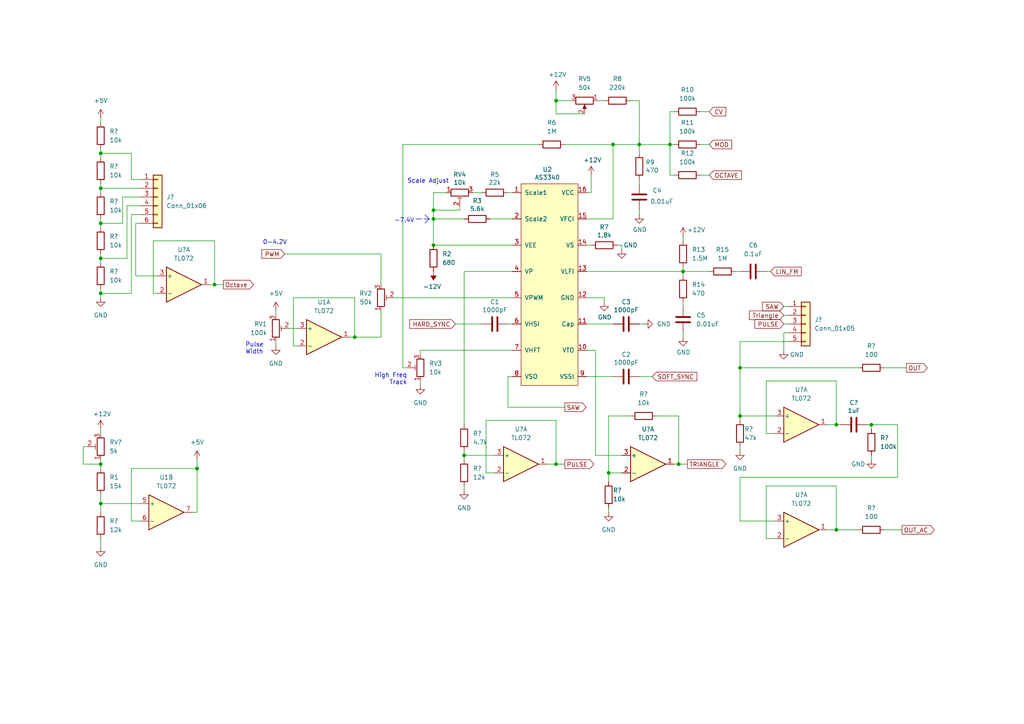
<source format=kicad_sch>
(kicad_sch (version 20211123) (generator eeschema)
  (paper "A4")
  (title_block (title "AS3340 Test") (date "2023-07-13") (rev "Ver.1.0") (company "PNPN Manufactory"))
  (lib_symbols
    (symbol "AS3340_Test_2-rescue:AS3340-My_Device" (pin_names (offset 1.016))
      (property "Reference" "U" (at 3.81 3.81 0))
      (property "Value" "AS3340-My_Device" (at 6.35 6.35 0))
      (symbol "AS3340-My_Device_0_1"
        (rectangle (start 19.05 2.54) (end 2.54 -55.88) (fill (type background)))
      )
      (symbol "AS3340-My_Device_1_1"
        (pin passive line (at 0 0 0) (length 2.54) (name "Scale1") (number "1"))
        (pin output line (at 21.59 -45.72 180) (length 2.54) (name "VTO") (number "10"))
        (pin passive line (at 21.59 -38.1 180) (length 2.54) (name "Cap") (number "11"))
        (pin power_in line (at 21.59 -30.48 180) (length 2.54) (name "GND") (number "12"))
        (pin input line (at 21.59 -22.86 180) (length 2.54) (name "VLFI") (number "13"))
        (pin passive line (at 21.59 -15.24 180) (length 2.54) (name "VS") (number "14"))
        (pin input line (at 21.59 -7.62 180) (length 2.54) (name "VFCI") (number "15"))
        (pin power_in line (at 21.59 0 180) (length 2.54) (name "VCC") (number "16"))
        (pin passive line (at 0 -7.62 0) (length 2.54) (name "Scale2") (number "2"))
        (pin power_in line (at 0 -15.24 0) (length 2.54) (name "VEE") (number "3"))
        (pin output line (at 0 -22.86 0) (length 2.54) (name "VP") (number "4"))
        (pin input line (at 0 -30.48 0) (length 2.54) (name "VPWM") (number "5"))
        (pin input line (at 0 -38.1 0) (length 2.54) (name "VHSI") (number "6"))
        (pin passive line (at 0 -45.72 0) (length 2.54) (name "VHFT") (number "7"))
        (pin output line (at 0 -53.34 0) (length 2.54) (name "VSO") (number "8"))
        (pin input line (at 21.59 -53.34 180) (length 2.54) (name "VSSI") (number "9"))
      )
    )
    (symbol "AS3340_Test_2-rescue:R_POT-Device" (pin_names (offset 1.016) hide)
      (property "Reference" "RV" (at -4.445 0 90))
      (property "Value" "R_POT-Device" (at -2.54 0 90))
      (symbol "R_POT-Device_0_1"
        (polyline (pts (xy 2.54 0) (xy 1.524 0)))
        (polyline (pts (xy 1.143 0) (xy 2.286 0.508) (xy 2.286 -0.508) (xy 1.143 0)) (fill (type outline)))
        (rectangle (start 1.016 2.54) (end -1.016 -2.54) (stroke (width 0.254)))
      )
      (symbol "R_POT-Device_1_1"
        (pin passive line (at 0 3.81 270) (length 1.27) (name "1") (number "1"))
        (pin passive line (at 3.81 0 180) (length 1.27) (name "2") (number "2"))
        (pin passive line (at 0 -3.81 90) (length 1.27) (name "3") (number "3"))
      )
    )
    (symbol "AS3340_Test_2-rescue:R_POT_TRIM-Device" (pin_names (offset 1.016) hide)
      (property "Reference" "RV" (at -4.445 0 90))
      (property "Value" "R_POT_TRIM-Device" (at -2.54 0 90))
      (symbol "R_POT_TRIM-Device_0_1"
        (polyline (pts (xy 1.524 0.762) (xy 1.524 -0.762)))
        (polyline (pts (xy 2.54 0) (xy 1.524 0)))
        (rectangle (start 1.016 2.54) (end -1.016 -2.54) (stroke (width 0.254)))
      )
      (symbol "R_POT_TRIM-Device_1_1"
        (pin passive line (at 0 3.81 270) (length 1.27) (name "1") (number "1"))
        (pin passive line (at 3.81 0 180) (length 1.27) (name "2") (number "2"))
        (pin passive line (at 0 -3.81 90) (length 1.27) (name "3") (number "3"))
      )
    )
    (symbol "Amplifier_Operational:TL072" (pin_names (offset 0.127))
      (property "Reference" "U" (at 0 5.08 0))
      (property "Value" "TL072" (at 0 -5.08 0))
      (symbol "TL072_1_1"
        (polyline (pts (xy -5.08 5.08) (xy 5.08 0) (xy -5.08 -5.08) (xy -5.08 5.08)) (stroke (width 0.254)) (fill (type background)))
        (pin output line (at 7.62 0 180) (length 2.54) (name "~") (number "1"))
        (pin input line (at -7.62 -2.54 0) (length 2.54) (name "-") (number "2"))
        (pin input line (at -7.62 2.54 0) (length 2.54) (name "+") (number "3"))
      )
      (symbol "TL072_2_1"
        (polyline (pts (xy -5.08 5.08) (xy 5.08 0) (xy -5.08 -5.08) (xy -5.08 5.08)) (stroke (width 0.254)) (fill (type background)))
        (pin input line (at -7.62 2.54 0) (length 2.54) (name "+") (number "5"))
        (pin input line (at -7.62 -2.54 0) (length 2.54) (name "-") (number "6"))
        (pin output line (at 7.62 0 180) (length 2.54) (name "~") (number "7"))
      )
      (symbol "TL072_3_1"
        (pin power_in line (at -2.54 -7.62 90) (length 3.81) (name "V-") (number "4"))
        (pin power_in line (at -2.54 7.62 270) (length 3.81) (name "V+") (number "8"))
      )
    )
    (symbol "Connector_Generic:Conn_01x05" (pin_names (offset 1.016) hide)
      (property "Reference" "J" (at 0 7.62 0))
      (property "Value" "Conn_01x05" (at 0 -7.62 0))
      (symbol "Conn_01x05_1_1"
        (rectangle (start -1.27 -4.953) (end 0 -5.207) (stroke (width 0.1524)))
        (rectangle (start -1.27 -2.413) (end 0 -2.667) (stroke (width 0.1524)))
        (rectangle (start -1.27 0.127) (end 0 -0.127) (stroke (width 0.1524)))
        (rectangle (start -1.27 2.667) (end 0 2.413) (stroke (width 0.1524)))
        (rectangle (start -1.27 5.207) (end 0 4.953) (stroke (width 0.1524)))
        (rectangle (start -1.27 6.35) (end 1.27 -6.35) (stroke (width 0.254)) (fill (type background)))
        (pin passive line (at -5.08 5.08 0) (length 3.81) (name "Pin_1") (number "1"))
        (pin passive line (at -5.08 2.54 0) (length 3.81) (name "Pin_2") (number "2"))
        (pin passive line (at -5.08 0 0) (length 3.81) (name "Pin_3") (number "3"))
        (pin passive line (at -5.08 -2.54 0) (length 3.81) (name "Pin_4") (number "4"))
        (pin passive line (at -5.08 -5.08 0) (length 3.81) (name "Pin_5") (number "5"))
      )
    )
    (symbol "Connector_Generic:Conn_01x06" (pin_names (offset 1.016) hide)
      (property "Reference" "J" (at 0 7.62 0))
      (property "Value" "Conn_01x06" (at 0 -10.16 0))
      (symbol "Conn_01x06_1_1"
        (rectangle (start -1.27 -7.493) (end 0 -7.747) (stroke (width 0.1524)))
        (rectangle (start -1.27 -4.953) (end 0 -5.207) (stroke (width 0.1524)))
        (rectangle (start -1.27 -2.413) (end 0 -2.667) (stroke (width 0.1524)))
        (rectangle (start -1.27 0.127) (end 0 -0.127) (stroke (width 0.1524)))
        (rectangle (start -1.27 2.667) (end 0 2.413) (stroke (width 0.1524)))
        (rectangle (start -1.27 5.207) (end 0 4.953) (stroke (width 0.1524)))
        (rectangle (start -1.27 6.35) (end 1.27 -8.89) (stroke (width 0.254)) (fill (type background)))
        (pin passive line (at -5.08 5.08 0) (length 3.81) (name "Pin_1") (number "1"))
        (pin passive line (at -5.08 2.54 0) (length 3.81) (name "Pin_2") (number "2"))
        (pin passive line (at -5.08 0 0) (length 3.81) (name "Pin_3") (number "3"))
        (pin passive line (at -5.08 -2.54 0) (length 3.81) (name "Pin_4") (number "4"))
        (pin passive line (at -5.08 -5.08 0) (length 3.81) (name "Pin_5") (number "5"))
        (pin passive line (at -5.08 -7.62 0) (length 3.81) (name "Pin_6") (number "6"))
      )
    )
    (symbol "Device:C" (pin_numbers hide) (pin_names (offset 0.254))
      (property "Reference" "C" (at 0.635 2.54 0))
      (property "Value" "C" (at 0.635 -2.54 0))
      (symbol "C_0_1"
        (polyline (pts (xy -2.032 -0.762) (xy 2.032 -0.762)) (stroke (width 0.508)))
        (polyline (pts (xy -2.032 0.762) (xy 2.032 0.762)) (stroke (width 0.508)))
      )
      (symbol "C_1_1"
        (pin passive line (at 0 3.81 270) (length 2.794) (name "~") (number "1"))
        (pin passive line (at 0 -3.81 90) (length 2.794) (name "~") (number "2"))
      )
    )
    (symbol "Device:R" (pin_numbers hide) (pin_names (offset 0))
      (property "Reference" "R" (at 2.032 0 90))
      (property "Value" "R" (at 0 0 90))
      (symbol "R_0_1"
        (rectangle (start -1.016 -2.54) (end 1.016 2.54) (stroke (width 0.254)))
      )
      (symbol "R_1_1"
        (pin passive line (at 0 3.81 270) (length 1.27) (name "~") (number "1"))
        (pin passive line (at 0 -3.81 90) (length 1.27) (name "~") (number "2"))
      )
    )
    (symbol "power:+12V" (power) (pin_names (offset 0))
      (property "Value" "+12V" (at 0 3.556 0))
      (symbol "+12V_0_1"
        (polyline (pts (xy -0.762 1.27) (xy 0 2.54)))
        (polyline (pts (xy 0 0) (xy 0 2.54)))
        (polyline (pts (xy 0 2.54) (xy 0.762 1.27)))
      )
      (symbol "+12V_1_1"
        (pin power_in line (at 0 0 90) (length 0) hide (name "+12V") (number "1"))
      )
    )
    (symbol "power:+5V" (power) (pin_names (offset 0))
      (property "Value" "+5V" (at 0 3.556 0))
      (symbol "+5V_0_1"
        (polyline (pts (xy -0.762 1.27) (xy 0 2.54)))
        (polyline (pts (xy 0 0) (xy 0 2.54)))
        (polyline (pts (xy 0 2.54) (xy 0.762 1.27)))
      )
      (symbol "+5V_1_1"
        (pin power_in line (at 0 0 90) (length 0) hide (name "+5V") (number "1"))
      )
    )
    (symbol "power:-12V" (power) (pin_names (offset 0))
      (property "Value" "-12V" (at 0 3.81 0))
      (symbol "-12V_0_0"
        (pin power_in line (at 0 0 90) (length 0) hide (name "-12V") (number "1"))
      )
      (symbol "-12V_0_1"
        (polyline (pts (xy 0 0) (xy 0 1.27) (xy 0.762 1.27) (xy 0 2.54) (xy -0.762 1.27) (xy 0 1.27)) (fill (type outline)))
      )
    )
    (symbol "power:GND" (power) (pin_names (offset 0))
      (property "Value" "GND" (at 0 -3.81 0))
      (symbol "GND_0_1"
        (polyline (pts (xy 0 0) (xy 0 -1.27) (xy 1.27 -1.27) (xy 0 -2.54) (xy -1.27 -1.27) (xy 0 -1.27)))
      )
      (symbol "GND_1_1"
        (pin power_in line (at 0 0 270) (length 0) hide (name "GND") (number "1"))
      )
    )
  )
  (junction (at 161.29 29.21))
  (junction (at 177.8 41.91))
  (junction (at 214.63 106.68))
  (junction (at 125.73 60.96))
  (junction (at 194.31 41.91))
  (junction (at 214.63 120.65))
  (junction (at 29.21 134.62))
  (junction (at 102.87 97.79))
  (junction (at 29.21 64.77))
  (junction (at 242.57 153.67))
  (junction (at 125.73 63.5))
  (junction (at 57.15 135.89))
  (junction (at 242.57 123.19))
  (junction (at 185.42 41.91))
  (junction (at 134.62 132.08))
  (junction (at 29.21 85.09))
  (junction (at 252.73 123.19))
  (junction (at 29.21 54.61))
  (junction (at 176.53 137.16))
  (junction (at 29.21 74.93))
  (junction (at 161.29 134.62))
  (junction (at 125.73 71.12))
  (junction (at 29.21 44.45))
  (junction (at 198.12 78.74))
  (junction (at 62.23 82.55))
  (junction (at 29.21 146.05))
  (junction (at 196.85 134.62))
  (wire (pts (xy 190.5 120.65) (xy 196.85 120.65)))
  (wire (pts (xy 134.62 140.97) (xy 134.62 142.24)))
  (wire (pts (xy 177.8 41.91) (xy 177.8 63.5)))
  (wire (pts (xy 35.56 64.77) (xy 29.21 64.77)))
  (wire (pts (xy 251.46 123.19) (xy 252.73 123.19)))
  (wire (pts (xy 29.21 54.61) (xy 40.64 54.61)))
  (wire (pts (xy 185.42 41.91) (xy 177.8 41.91)))
  (wire (pts (xy 182.88 120.65) (xy 176.53 120.65)))
  (wire (pts (xy 147.32 109.22) (xy 147.32 118.11)))
  (wire (pts (xy 227.33 96.52) (xy 227.33 101.6)))
  (wire (pts (xy 173.355 29.21) (xy 175.26 29.21)))
  (wire (pts (xy 180.34 71.12) (xy 180.34 72.39)))
  (wire (pts (xy 44.45 85.09) (xy 44.45 69.85)))
  (wire (pts (xy 227.33 93.98) (xy 228.6 93.98)))
  (wire (pts (xy 62.23 82.55) (xy 64.77 82.55)))
  (wire (pts (xy 29.21 133.35) (xy 29.21 134.62)))
  (wire (pts (xy 29.21 124.46) (xy 29.21 125.73)))
  (wire (pts (xy 182.88 29.21) (xy 185.42 29.21)))
  (wire (pts (xy 38.1 52.07) (xy 40.64 52.07)))
  (wire (pts (xy 203.2 50.8) (xy 205.74 50.8)))
  (wire (pts (xy 39.37 80.01) (xy 45.72 80.01)))
  (wire (pts (xy 170.18 63.5) (xy 177.8 63.5)))
  (wire (pts (xy 185.42 93.98) (xy 186.69 93.98)))
  (wire (pts (xy 179.07 71.12) (xy 180.34 71.12)))
  (wire (pts (xy 57.15 135.89) (xy 57.15 148.59)))
  (wire (pts (xy 143.51 137.16) (xy 140.97 137.16)))
  (wire (pts (xy 24.13 134.62) (xy 29.21 134.62)))
  (wire (pts (xy 62.23 69.85) (xy 62.23 82.55)))
  (wire (pts (xy 134.62 78.74) (xy 148.59 78.74)))
  (wire (pts (xy 85.09 100.33) (xy 86.36 100.33)))
  (wire (pts (xy 256.54 153.67) (xy 261.62 153.67)))
  (wire (pts (xy 222.25 110.49) (xy 242.57 110.49)))
  (wire (pts (xy 38.1 62.23) (xy 38.1 85.09)))
  (wire (pts (xy 185.42 41.91) (xy 194.31 41.91)))
  (wire (pts (xy 125.73 63.5) (xy 125.73 71.12)))
  (wire (pts (xy 214.63 129.54) (xy 214.63 130.81)))
  (wire (pts (xy 121.92 110.49) (xy 121.92 111.76)))
  (wire (pts (xy 85.09 100.33) (xy 85.09 86.36)))
  (wire (pts (xy 29.21 54.61) (xy 29.21 55.88)))
  (wire (pts (xy 227.33 91.44) (xy 228.6 91.44)))
  (wire (pts (xy 35.56 57.15) (xy 40.64 57.15)))
  (wire (pts (xy 29.21 53.34) (xy 29.21 54.61)))
  (wire (pts (xy 29.21 63.5) (xy 29.21 64.77)))
  (wire (pts (xy 25.4 129.54) (xy 24.13 129.54)))
  (wire (pts (xy 134.62 63.5) (xy 125.73 63.5)))
  (wire (pts (xy 158.75 134.62) (xy 161.29 134.62)))
  (wire (pts (xy 185.42 41.91) (xy 185.42 44.45)))
  (wire (pts (xy 194.31 32.385) (xy 194.31 41.91)))
  (wire (pts (xy 172.72 101.6) (xy 170.18 101.6)))
  (wire (pts (xy 29.21 143.51) (xy 29.21 146.05)))
  (wire (pts (xy 114.3 86.36) (xy 148.59 86.36)))
  (wire (pts (xy 29.21 156.21) (xy 29.21 158.75)))
  (wire (pts (xy 29.21 43.18) (xy 29.21 44.45)))
  (wire (pts (xy 35.56 57.15) (xy 35.56 64.77)))
  (wire (pts (xy 214.63 120.65) (xy 214.63 121.92)))
  (wire (pts (xy 161.29 29.21) (xy 165.735 29.21)))
  (wire (pts (xy 29.21 64.77) (xy 29.21 66.04)))
  (wire (pts (xy 80.01 99.06) (xy 80.01 100.33)))
  (wire (pts (xy 60.96 82.55) (xy 62.23 82.55)))
  (wire (pts (xy 172.72 101.6) (xy 172.72 132.08)))
  (wire (pts (xy 177.8 93.98) (xy 170.18 93.98)))
  (wire (pts (xy 29.21 85.09) (xy 29.21 86.36)))
  (wire (pts (xy 170.18 86.36) (xy 175.26 86.36)))
  (wire (pts (xy 195.58 41.91) (xy 194.31 41.91)))
  (wire (pts (xy 224.79 125.73) (xy 222.25 125.73)))
  (wire (pts (xy 147.32 55.88) (xy 148.59 55.88)))
  (polyline (pts (xy 120.65 63.5) (xy 124.46 63.5)))
  (wire (pts (xy 242.57 110.49) (xy 242.57 123.19)))
  (wire (pts (xy 163.83 41.91) (xy 177.8 41.91)))
  (wire (pts (xy 118.11 106.68) (xy 116.84 106.68)))
  (wire (pts (xy 224.79 151.13) (xy 214.63 151.13)))
  (wire (pts (xy 180.34 137.16) (xy 176.53 137.16)))
  (wire (pts (xy 194.31 41.91) (xy 194.31 50.8)))
  (wire (pts (xy 38.1 151.13) (xy 38.1 135.89)))
  (wire (pts (xy 148.59 101.6) (xy 121.92 101.6)))
  (wire (pts (xy 139.7 55.88) (xy 137.16 55.88)))
  (wire (pts (xy 148.59 71.12) (xy 125.73 71.12)))
  (wire (pts (xy 203.2 32.385) (xy 205.74 32.385)))
  (wire (pts (xy 252.73 123.19) (xy 252.73 124.46)))
  (wire (pts (xy 29.21 74.93) (xy 36.83 74.93)))
  (wire (pts (xy 256.54 106.68) (xy 262.89 106.68)))
  (polyline (pts (xy 124.46 63.5) (xy 123.19 64.77)))
  (wire (pts (xy 203.2 41.91) (xy 205.74 41.91)))
  (wire (pts (xy 175.26 86.36) (xy 175.26 87.63)))
  (wire (pts (xy 116.84 41.91) (xy 156.21 41.91)))
  (wire (pts (xy 222.25 78.74) (xy 223.52 78.74)))
  (wire (pts (xy 129.54 55.88) (xy 125.73 55.88)))
  (wire (pts (xy 29.21 74.93) (xy 29.21 76.2)))
  (wire (pts (xy 214.63 138.43) (xy 260.35 138.43)))
  (wire (pts (xy 147.32 93.98) (xy 148.59 93.98)))
  (wire (pts (xy 242.57 153.67) (xy 248.92 153.67)))
  (wire (pts (xy 198.12 96.52) (xy 198.12 97.79)))
  (wire (pts (xy 163.83 118.11) (xy 147.32 118.11)))
  (wire (pts (xy 80.01 90.17) (xy 80.01 91.44)))
  (wire (pts (xy 222.25 140.97) (xy 242.57 140.97)))
  (wire (pts (xy 227.33 88.9) (xy 228.6 88.9)))
  (wire (pts (xy 134.62 132.08) (xy 134.62 133.35)))
  (wire (pts (xy 169.545 33.02) (xy 161.29 33.02)))
  (wire (pts (xy 185.42 29.21) (xy 185.42 41.91)))
  (wire (pts (xy 40.64 59.69) (xy 36.83 59.69)))
  (wire (pts (xy 140.97 121.92) (xy 161.29 121.92)))
  (wire (pts (xy 82.55 73.66) (xy 110.49 73.66)))
  (wire (pts (xy 134.62 123.19) (xy 134.62 78.74)))
  (wire (pts (xy 176.53 137.16) (xy 176.53 139.7)))
  (wire (pts (xy 222.25 125.73) (xy 222.25 110.49)))
  (polyline (pts (xy 124.46 63.5) (xy 123.19 62.23)))
  (wire (pts (xy 252.73 123.19) (xy 260.35 123.19)))
  (wire (pts (xy 171.45 71.12) (xy 170.18 71.12)))
  (wire (pts (xy 133.35 60.96) (xy 125.73 60.96)))
  (wire (pts (xy 196.85 134.62) (xy 199.39 134.62)))
  (wire (pts (xy 132.08 93.98) (xy 139.7 93.98)))
  (wire (pts (xy 125.73 55.88) (xy 125.73 60.96)))
  (wire (pts (xy 196.85 134.62) (xy 195.58 134.62)))
  (wire (pts (xy 40.64 64.77) (xy 39.37 64.77)))
  (wire (pts (xy 101.6 97.79) (xy 102.87 97.79)))
  (wire (pts (xy 214.63 99.06) (xy 214.63 106.68)))
  (wire (pts (xy 170.18 109.22) (xy 177.8 109.22)))
  (wire (pts (xy 185.42 60.96) (xy 185.42 62.23)))
  (wire (pts (xy 24.13 129.54) (xy 24.13 134.62)))
  (wire (pts (xy 85.09 86.36) (xy 102.87 86.36)))
  (wire (pts (xy 121.92 101.6) (xy 121.92 102.87)))
  (wire (pts (xy 40.64 151.13) (xy 38.1 151.13)))
  (wire (pts (xy 29.21 134.62) (xy 29.21 135.89)))
  (wire (pts (xy 40.64 146.05) (xy 29.21 146.05)))
  (wire (pts (xy 161.29 134.62) (xy 163.83 134.62)))
  (wire (pts (xy 57.15 133.35) (xy 57.15 135.89)))
  (wire (pts (xy 44.45 69.85) (xy 62.23 69.85)))
  (wire (pts (xy 214.63 106.68) (xy 214.63 120.65)))
  (wire (pts (xy 172.72 132.08) (xy 180.34 132.08)))
  (wire (pts (xy 214.63 151.13) (xy 214.63 138.43)))
  (wire (pts (xy 161.29 33.02) (xy 161.29 29.21)))
  (wire (pts (xy 140.97 137.16) (xy 140.97 121.92)))
  (wire (pts (xy 133.35 59.69) (xy 133.35 60.96)))
  (wire (pts (xy 36.83 59.69) (xy 36.83 74.93)))
  (wire (pts (xy 198.12 88.9) (xy 198.12 87.63)))
  (wire (pts (xy 242.57 123.19) (xy 243.84 123.19)))
  (wire (pts (xy 44.45 85.09) (xy 45.72 85.09)))
  (wire (pts (xy 240.03 153.67) (xy 242.57 153.67)))
  (wire (pts (xy 213.36 78.74) (xy 214.63 78.74)))
  (wire (pts (xy 38.1 52.07) (xy 38.1 44.45)))
  (wire (pts (xy 29.21 146.05) (xy 29.21 148.59)))
  (wire (pts (xy 198.12 78.74) (xy 205.74 78.74)))
  (wire (pts (xy 55.88 148.59) (xy 57.15 148.59)))
  (wire (pts (xy 194.31 32.385) (xy 195.58 32.385)))
  (wire (pts (xy 224.79 120.65) (xy 214.63 120.65)))
  (wire (pts (xy 185.42 109.22) (xy 189.23 109.22)))
  (wire (pts (xy 134.62 130.81) (xy 134.62 132.08)))
  (wire (pts (xy 240.03 123.19) (xy 242.57 123.19)))
  (wire (pts (xy 194.31 50.8) (xy 195.58 50.8)))
  (wire (pts (xy 29.21 85.09) (xy 38.1 85.09)))
  (wire (pts (xy 248.92 106.68) (xy 214.63 106.68)))
  (wire (pts (xy 161.29 121.92) (xy 161.29 134.62)))
  (wire (pts (xy 134.62 132.08) (xy 143.51 132.08)))
  (wire (pts (xy 110.49 90.17) (xy 110.49 97.79)))
  (wire (pts (xy 38.1 135.89) (xy 57.15 135.89)))
  (wire (pts (xy 242.57 140.97) (xy 242.57 153.67)))
  (wire (pts (xy 40.64 62.23) (xy 38.1 62.23)))
  (wire (pts (xy 198.12 77.47) (xy 198.12 78.74)))
  (wire (pts (xy 125.73 60.96) (xy 125.73 63.5)))
  (wire (pts (xy 147.32 109.22) (xy 148.59 109.22)))
  (wire (pts (xy 161.29 29.21) (xy 161.29 26.035)))
  (wire (pts (xy 198.12 68.58) (xy 198.12 69.85)))
  (wire (pts (xy 110.49 73.66) (xy 110.49 82.55)))
  (wire (pts (xy 252.73 132.08) (xy 252.73 133.35)))
  (wire (pts (xy 185.42 52.07) (xy 185.42 53.34)))
  (wire (pts (xy 39.37 64.77) (xy 39.37 80.01)))
  (wire (pts (xy 29.21 34.29) (xy 29.21 35.56)))
  (wire (pts (xy 171.45 50.8) (xy 171.45 55.88)))
  (wire (pts (xy 29.21 83.82) (xy 29.21 85.09)))
  (wire (pts (xy 29.21 44.45) (xy 29.21 45.72)))
  (wire (pts (xy 260.35 138.43) (xy 260.35 123.19)))
  (wire (pts (xy 116.84 106.68) (xy 116.84 41.91)))
  (wire (pts (xy 83.82 95.25) (xy 86.36 95.25)))
  (wire (pts (xy 198.12 78.74) (xy 198.12 80.01)))
  (wire (pts (xy 102.87 86.36) (xy 102.87 97.79)))
  (wire (pts (xy 228.6 96.52) (xy 227.33 96.52)))
  (wire (pts (xy 176.53 120.65) (xy 176.53 137.16)))
  (wire (pts (xy 196.85 120.65) (xy 196.85 134.62)))
  (wire (pts (xy 224.79 156.21) (xy 222.25 156.21)))
  (wire (pts (xy 171.45 55.88) (xy 170.18 55.88)))
  (wire (pts (xy 142.24 63.5) (xy 148.59 63.5)))
  (wire (pts (xy 29.21 44.45) (xy 38.1 44.45)))
  (wire (pts (xy 222.25 156.21) (xy 222.25 140.97)))
  (wire (pts (xy 214.63 99.06) (xy 228.6 99.06)))
  (wire (pts (xy 176.53 147.32) (xy 176.53 148.59)))
  (wire (pts (xy 29.21 73.66) (xy 29.21 74.93)))
  (wire (pts (xy 102.87 97.79) (xy 110.49 97.79)))
  (wire (pts (xy 170.18 78.74) (xy 198.12 78.74)))
  (text "0-4.2V" (at 76.2 71.12 0) (effects (font (size 1.27 1.27)) (justify left bottom)))
  (text "Scale Adjust" (at 118.11 53.34 0) (effects (font (size 1.27 1.27)) (justify left bottom)))
  (text "High Freq\nTrack" (at 118.11 111.76 180) (effects (font (size 1.27 1.27)) (justify right bottom)))
  (text "-7.4V" (at 114.3 64.77 0) (effects (font (size 1.27 1.27)) (justify left bottom)))
  (text "Pulse\nWidth" (at 71.12 102.87 0) (effects (font (size 1.27 1.27)) (justify left bottom)))
  (global_label "Triangle" (shape input) (at 227.33 91.44 180) (property "Intersheet References" "${INTERSHEET_REFS}" (effects hide)))
  (global_label "CV" (shape input) (at 205.74 32.385 0) (property "Intersheet References" "${INTERSHEET_REFS}" (effects hide)))
  (global_label "PULSE" (shape output) (at 163.83 134.62 0) (property "Intersheet References" "${INTERSHEET_REFS}" (effects hide)))
  (global_label "Octave" (shape output) (at 64.77 82.55 0) (property "Intersheet References" "${INTERSHEET_REFS}" (effects hide)))
  (global_label "SAW" (shape output) (at 163.83 118.11 0) (property "Intersheet References" "${INTERSHEET_REFS}" (effects hide)))
  (global_label "OCTAVE" (shape input) (at 205.74 50.8 0) (property "Intersheet References" "${INTERSHEET_REFS}" (effects hide)))
  (global_label "PULSE" (shape input) (at 227.33 93.98 180) (property "Intersheet References" "${INTERSHEET_REFS}" (effects hide)))
  (global_label "LIN_FM" (shape input) (at 223.52 78.74 0) (property "Intersheet References" "${INTERSHEET_REFS}" (effects hide)))
  (global_label "OUT_AC" (shape output) (at 261.62 153.67 0) (property "Intersheet References" "${INTERSHEET_REFS}" (effects hide)))
  (global_label "SOFT_SYNC" (shape input) (at 189.23 109.22 0) (property "Intersheet References" "${INTERSHEET_REFS}" (effects hide)))
  (global_label "PWM" (shape input) (at 82.55 73.66 180) (property "Intersheet References" "${INTERSHEET_REFS}" (effects hide)))
  (global_label "MOD" (shape input) (at 205.74 41.91 0) (property "Intersheet References" "${INTERSHEET_REFS}" (effects hide)))
  (global_label "SAW" (shape input) (at 227.33 88.9 180) (property "Intersheet References" "${INTERSHEET_REFS}" (effects hide)))
  (global_label "OUT" (shape output) (at 262.89 106.68 0) (property "Intersheet References" "${INTERSHEET_REFS}" (effects hide)))
  (global_label "TRIANGLE" (shape output) (at 199.39 134.62 0) (property "Intersheet References" "${INTERSHEET_REFS}" (effects hide)))
  (global_label "HARD_SYNC" (shape input) (at 132.08 93.98 180) (property "Intersheet References" "${INTERSHEET_REFS}" (effects hide)))
  (symbol (lib_id "AS3340_Test_2-rescue:AS3340-My_Device") (at 148.59 55.88 0) (unit 1)
    (property "Reference" "U2" (at 158.75 49.149 0))
    (property "Value" "AS3340" (at 158.75 51.4604 0))
    (property "Footprint" "Package_DIP:DIP-16_W7.62mm_Socket" (effects hide))
  )
  (symbol (lib_id "Device:R") (at 125.73 74.93 180) (unit 1)
    (property "Reference" "R2" (at 128.27 73.6599 0) (effects (justify right)))
    (property "Value" "680" (at 128.27 76.1999 0) (effects (justify right)))
  )
  (symbol (lib_id "power:-12V") (at 125.73 78.74 180) (unit 1)
    (property "Reference" "#PWR06" (effects hide))
    (property "Value" "-12V" (at 125.349 83.1342 0))
  )
  (symbol (lib_id "Device:R") (at 143.51 55.88 90) (unit 1)
    (property "Reference" "R5" (at 143.51 50.6222 90))
    (property "Value" "22k" (at 143.51 52.9336 90))
  )
  (symbol (lib_id "AS3340_Test_2-rescue:R_POT_TRIM-Device") (at 133.35 55.88 90) (mirror x) (unit 1)
    (property "Reference" "RV4" (at 133.35 50.6222 90))
    (property "Value" "10k" (at 133.35 52.9336 90))
  )
  (symbol (lib_id "Device:R") (at 138.43 63.5 90) (unit 1)
    (property "Reference" "R3" (at 138.43 58.2422 90))
    (property "Value" "5.6k" (at 138.43 60.5536 90))
  )
  (symbol (lib_id "power:+12V") (at 171.45 50.8 0) (unit 1)
    (property "Reference" "#PWR010" (effects hide))
    (property "Value" "+12V" (at 171.831 46.4058 0))
  )
  (symbol (lib_id "Device:R") (at 179.07 29.21 90) (unit 1)
    (property "Reference" "R8" (at 179.07 22.86 90))
    (property "Value" "220k" (at 179.07 25.4 90))
  )
  (symbol (lib_id "AS3340_Test_2-rescue:R_POT-Device") (at 169.545 29.21 270) (unit 1)
    (property "Reference" "RV5" (at 169.545 22.86 90))
    (property "Value" "50k" (at 169.545 25.4 90))
  )
  (symbol (lib_id "power:+12V") (at 161.29 26.035 0) (unit 1)
    (property "Reference" "#PWR09" (effects hide))
    (property "Value" "+12V" (at 161.671 21.6408 0))
  )
  (symbol (lib_id "Device:R") (at 175.26 71.12 270) (unit 1)
    (property "Reference" "R7" (at 175.26 65.8622 90))
    (property "Value" "1.8k" (at 175.26 68.1736 90))
  )
  (symbol (lib_id "power:GND") (at 180.34 72.39 0) (unit 1)
    (property "Reference" "#PWR012" (effects hide))
    (property "Value" "GND" (at 182.88 71.12 0))
  )
  (symbol (lib_id "Device:R") (at 198.12 73.66 0) (unit 1)
    (property "Reference" "R13" (at 200.66 72.3899 0) (effects (justify left)))
    (property "Value" "1.5M" (at 200.66 74.9299 0) (effects (justify left)))
  )
  (symbol (lib_id "power:+12V") (at 198.12 68.58 0) (unit 1)
    (property "Reference" "#PWR015" (effects hide))
    (property "Value" "+12V" (at 201.93 66.675 0))
  )
  (symbol (lib_id "Device:R") (at 198.12 83.82 180) (unit 1)
    (property "Reference" "R14" (at 200.66 82.5499 0) (effects (justify right)))
    (property "Value" "470" (at 200.66 85.0899 0) (effects (justify right)))
  )
  (symbol (lib_id "Device:C") (at 198.12 92.71 180) (unit 1)
    (property "Reference" "C5" (at 201.93 91.4399 0) (effects (justify right)))
    (property "Value" "0.01uF" (at 201.93 93.9799 0) (effects (justify right)))
  )
  (symbol (lib_id "power:GND") (at 198.12 97.79 0) (unit 1)
    (property "Reference" "#PWR016" (effects hide))
    (property "Value" "GND" (at 198.247 102.1842 0))
  )
  (symbol (lib_id "power:GND") (at 175.26 87.63 0) (unit 1)
    (property "Reference" "#PWR011" (effects hide))
    (property "Value" "GND" (at 175.387 92.0242 0))
  )
  (symbol (lib_id "Device:C") (at 181.61 93.98 270) (unit 1)
    (property "Reference" "C3" (at 181.61 87.5792 90))
    (property "Value" "1000pF" (at 181.61 89.8906 90))
  )
  (symbol (lib_id "power:GND") (at 186.69 93.98 90) (unit 1)
    (property "Reference" "#PWR014" (effects hide))
    (property "Value" "GND" (at 190.5 93.9799 90) (effects (justify right)))
  )
  (symbol (lib_id "power:GND") (at 134.62 142.24 0) (unit 1)
    (property "Reference" "#PWR08" (effects hide))
    (property "Value" "GND" (at 134.62 147.32 0))
  )
  (symbol (lib_id "power:GND") (at 214.63 130.81 0) (unit 1)
    (property "Reference" "#PWR?" (effects hide))
    (property "Value" "GND" (at 214.63 135.89 0))
  )
  (symbol (lib_id "Device:R") (at 252.73 128.27 0) (unit 1)
    (property "Reference" "R?" (at 255.27 126.9999 0) (effects (justify left)))
    (property "Value" "100k" (at 255.27 129.5399 0) (effects (justify left)))
  )
  (symbol (lib_id "Device:R") (at 252.73 106.68 90) (unit 1)
    (property "Reference" "R?" (at 252.73 100.33 90))
    (property "Value" "100" (at 252.73 102.87 90))
  )
  (symbol (lib_id "AS3340_Test_2-rescue:R_POT_TRIM-Device") (at 110.49 86.36 0) (mirror x) (unit 1)
    (property "Reference" "RV2" (at 107.95 85.0899 0) (effects (justify right)))
    (property "Value" "50k" (at 107.95 87.6299 0) (effects (justify right)))
  )
  (symbol (lib_id "Device:R") (at 199.39 41.91 90) (unit 1)
    (property "Reference" "R11" (at 199.39 35.56 90))
    (property "Value" "100k" (at 199.39 38.1 90))
  )
  (symbol (lib_id "Device:R") (at 185.42 48.26 0) (unit 1)
    (property "Reference" "R9" (at 187.198 47.0916 0) (effects (justify left)))
    (property "Value" "470" (at 187.198 49.403 0) (effects (justify left)))
  )
  (symbol (lib_id "Device:R") (at 29.21 80.01 0) (unit 1)
    (property "Reference" "R?" (at 31.75 78.7399 0) (effects (justify left)))
    (property "Value" "10k" (at 31.75 81.2799 0) (effects (justify left)))
  )
  (symbol (lib_id "Amplifier_Operational:TL072") (at 48.26 148.59 0) (unit 2)
    (property "Reference" "U1" (at 48.26 138.43 0))
    (property "Value" "TL072" (at 48.26 140.97 0))
    (property "Datasheet" "http://www.ti.com/lit/ds/symlink/tl071.pdf" (effects hide))
  )
  (symbol (lib_id "Device:R") (at 160.02 41.91 90) (unit 1)
    (property "Reference" "R6" (at 160.02 35.56 90))
    (property "Value" "1M" (at 160.02 38.1 90))
  )
  (symbol (lib_id "Amplifier_Operational:TL072") (at 53.34 82.55 0) (unit 1)
    (property "Reference" "U?" (at 53.34 72.39 0))
    (property "Value" "TL072" (at 53.34 74.93 0))
    (property "Datasheet" "http://www.ti.com/lit/ds/symlink/tl071.pdf" (effects hide))
  )
  (symbol (lib_id "power:+12V") (at 29.21 124.46 0) (unit 1)
    (property "Reference" "#PWR03" (effects hide))
    (property "Value" "+12V" (at 29.591 120.0658 0))
  )
  (symbol (lib_id "power:+5V") (at 29.21 34.29 0) (unit 1)
    (property "Reference" "#PWR?" (effects hide))
    (property "Value" "+5V" (at 29.21 29.21 0))
  )
  (symbol (lib_id "power:+5V") (at 57.15 133.35 0) (unit 1)
    (property "Reference" "#PWR05" (effects hide))
    (property "Value" "+5V" (at 57.15 128.27 0))
  )
  (symbol (lib_id "AS3340_Test_2-rescue:R_POT_TRIM-Device") (at 121.92 106.68 180) (unit 1)
    (property "Reference" "RV3" (at 124.46 105.4099 0) (effects (justify right)))
    (property "Value" "10k" (at 124.46 107.9499 0) (effects (justify right)))
  )
  (symbol (lib_id "AS3340_Test_2-rescue:R_POT_TRIM-Device") (at 80.01 95.25 0) (mirror x) (unit 1)
    (property "Reference" "RV1" (at 77.47 93.9799 0) (effects (justify right)))
    (property "Value" "100k" (at 77.47 96.5199 0) (effects (justify right)))
  )
  (symbol (lib_id "Amplifier_Operational:TL072") (at 232.41 153.67 0) (unit 1)
    (property "Reference" "U?" (at 232.41 143.51 0))
    (property "Value" "TL072" (at 232.41 146.05 0))
    (property "Datasheet" "http://www.ti.com/lit/ds/symlink/tl071.pdf" (effects hide))
  )
  (symbol (lib_id "power:GND") (at 29.21 86.36 0) (unit 1)
    (property "Reference" "#PWR?" (effects hide))
    (property "Value" "GND" (at 29.21 91.44 0))
  )
  (symbol (lib_id "Amplifier_Operational:TL072") (at 232.41 123.19 0) (unit 1)
    (property "Reference" "U?" (at 232.41 113.03 0))
    (property "Value" "TL072" (at 232.41 115.57 0))
    (property "Datasheet" "http://www.ti.com/lit/ds/symlink/tl071.pdf" (effects hide))
  )
  (symbol (lib_id "Device:R") (at 29.21 69.85 0) (unit 1)
    (property "Reference" "R?" (at 31.75 68.5799 0) (effects (justify left)))
    (property "Value" "10k" (at 31.75 71.1199 0) (effects (justify left)))
  )
  (symbol (lib_id "power:GND") (at 121.92 111.76 0) (unit 1)
    (property "Reference" "#PWR07" (effects hide))
    (property "Value" "GND" (at 121.92 116.84 0))
  )
  (symbol (lib_id "power:GND") (at 176.53 148.59 0) (unit 1)
    (property "Reference" "#PWR?" (effects hide))
    (property "Value" "GND" (at 176.53 153.67 0))
  )
  (symbol (lib_id "Device:R") (at 29.21 59.69 0) (unit 1)
    (property "Reference" "R?" (at 31.75 58.4199 0) (effects (justify left)))
    (property "Value" "10k" (at 31.75 60.9599 0) (effects (justify left)))
  )
  (symbol (lib_id "Device:C") (at 218.44 78.74 90) (unit 1)
    (property "Reference" "C6" (at 218.44 71.12 90))
    (property "Value" "0.1uF" (at 218.44 73.66 90))
  )
  (symbol (lib_id "Device:C") (at 181.61 109.22 270) (unit 1)
    (property "Reference" "C2" (at 181.61 102.8192 90))
    (property "Value" "1000pF" (at 181.61 105.1306 90))
  )
  (symbol (lib_id "Device:R") (at 199.39 50.8 90) (unit 1)
    (property "Reference" "R12" (at 199.39 44.45 90))
    (property "Value" "100k" (at 199.39 46.99 90))
  )
  (symbol (lib_id "power:GND") (at 252.73 133.35 0) (unit 1)
    (property "Reference" "#PWR?" (effects hide))
    (property "Value" "GND" (at 248.92 134.62 0))
  )
  (symbol (lib_id "power:GND") (at 80.01 100.33 0) (unit 1)
    (property "Reference" "#PWR02" (effects hide))
    (property "Value" "GND" (at 80.01 105.41 0))
  )
  (symbol (lib_id "Device:R") (at 186.69 120.65 90) (unit 1)
    (property "Reference" "R?" (at 186.69 114.3 90))
    (property "Value" "10k" (at 186.69 116.84 90))
  )
  (symbol (lib_id "Device:R") (at 199.39 32.385 90) (unit 1)
    (property "Reference" "R10" (at 199.39 26.035 90))
    (property "Value" "100k" (at 199.39 28.575 90))
  )
  (symbol (lib_id "Amplifier_Operational:TL072") (at 93.98 97.79 0) (unit 1)
    (property "Reference" "U1" (at 93.98 87.63 0))
    (property "Value" "TL072" (at 93.98 90.17 0))
    (property "Datasheet" "http://www.ti.com/lit/ds/symlink/tl071.pdf" (effects hide))
  )
  (symbol (lib_id "Amplifier_Operational:TL072") (at 187.96 134.62 0) (unit 1)
    (property "Reference" "U?" (at 187.96 124.46 0))
    (property "Value" "TL072" (at 187.96 127 0))
    (property "Datasheet" "http://www.ti.com/lit/ds/symlink/tl071.pdf" (effects hide))
  )
  (symbol (lib_id "Device:R") (at 209.55 78.74 90) (unit 1)
    (property "Reference" "R15" (at 209.55 72.39 90))
    (property "Value" "1M" (at 209.55 74.93 90))
  )
  (symbol (lib_id "Device:R") (at 29.21 49.53 0) (unit 1)
    (property "Reference" "R?" (at 31.75 48.2599 0) (effects (justify left)))
    (property "Value" "10k" (at 31.75 50.7999 0) (effects (justify left)))
  )
  (symbol (lib_id "Device:R") (at 134.62 127 180) (unit 1)
    (property "Reference" "R?" (at 137.16 125.7299 0) (effects (justify right)))
    (property "Value" "4.7k" (at 137.16 128.2699 0) (effects (justify right)))
  )
  (symbol (lib_id "Device:C") (at 185.42 57.15 0) (unit 1)
    (property "Reference" "C4" (at 189.23 55.2449 0) (effects (justify left)))
    (property "Value" "0.01uF" (at 188.595 58.4199 0) (effects (justify left)))
  )
  (symbol (lib_id "Device:C") (at 143.51 93.98 270) (unit 1)
    (property "Reference" "C1" (at 143.51 87.5792 90))
    (property "Value" "1000pF" (at 143.51 89.8906 90))
  )
  (symbol (lib_id "Connector_Generic:Conn_01x06") (at 45.72 57.15 0) (unit 1)
    (property "Reference" "J?" (at 48.26 57.1499 0) (effects (justify left)))
    (property "Value" "Conn_01x06" (at 48.26 59.6899 0) (effects (justify left)))
  )
  (symbol (lib_id "Device:R") (at 29.21 139.7 0) (unit 1)
    (property "Reference" "R1" (at 31.75 138.4299 0) (effects (justify left)))
    (property "Value" "15k" (at 31.75 140.9699 0) (effects (justify left)))
  )
  (symbol (lib_id "Device:R") (at 29.21 152.4 0) (unit 1)
    (property "Reference" "R?" (at 31.75 151.1299 0) (effects (justify left)))
    (property "Value" "12k" (at 31.75 153.6699 0) (effects (justify left)))
  )
  (symbol (lib_id "power:GND") (at 227.33 101.6 0) (unit 1)
    (property "Reference" "#PWR?" (effects hide))
    (property "Value" "GND" (at 231.14 102.87 0))
  )
  (symbol (lib_id "power:+5V") (at 80.01 90.17 0) (unit 1)
    (property "Reference" "#PWR01" (effects hide))
    (property "Value" "+5V" (at 80.01 85.09 0))
  )
  (symbol (lib_id "Device:C") (at 247.65 123.19 270) (unit 1)
    (property "Reference" "C?" (at 247.65 116.7892 90))
    (property "Value" "1uF" (at 247.65 119.1006 90))
  )
  (symbol (lib_id "Amplifier_Operational:TL072") (at 151.13 134.62 0) (unit 1)
    (property "Reference" "U?" (at 151.13 124.46 0))
    (property "Value" "TL072" (at 151.13 127 0))
    (property "Datasheet" "http://www.ti.com/lit/ds/symlink/tl071.pdf" (effects hide))
  )
  (symbol (lib_id "Device:R") (at 214.63 125.73 0) (unit 1)
    (property "Reference" "R?" (at 215.9 124.4599 0) (effects (justify left)))
    (property "Value" "47k" (at 215.9 126.9999 0) (effects (justify left)))
  )
  (symbol (lib_id "Device:R") (at 252.73 153.67 90) (unit 1)
    (property "Reference" "R?" (at 252.73 147.32 90))
    (property "Value" "100" (at 252.73 149.86 90))
  )
  (symbol (lib_id "Device:R") (at 29.21 39.37 0) (unit 1)
    (property "Reference" "R?" (at 31.75 38.0999 0) (effects (justify left)))
    (property "Value" "10k" (at 31.75 40.6399 0) (effects (justify left)))
  )
  (symbol (lib_id "Device:R") (at 134.62 137.16 180) (unit 1)
    (property "Reference" "R?" (at 137.16 135.8899 0) (effects (justify right)))
    (property "Value" "12k" (at 137.16 138.4299 0) (effects (justify right)))
  )
  (symbol (lib_id "power:GND") (at 185.42 62.23 0) (unit 1)
    (property "Reference" "#PWR013" (effects hide))
    (property "Value" "GND" (at 185.547 66.6242 0))
  )
  (symbol (lib_id "AS3340_Test_2-rescue:R_POT_TRIM-Device") (at 29.21 129.54 180) (unit 1)
    (property "Reference" "RV?" (at 31.75 128.2699 0) (effects (justify right)))
    (property "Value" "5k" (at 31.75 130.8099 0) (effects (justify right)))
  )
  (symbol (lib_id "Device:R") (at 176.53 143.51 0) (unit 1)
    (property "Reference" "R?" (at 177.8 142.2399 0) (effects (justify left)))
    (property "Value" "10k" (at 177.8 144.7799 0) (effects (justify left)))
  )
  (symbol (lib_id "power:GND") (at 29.21 158.75 0) (unit 1)
    (property "Reference" "#PWR04" (effects hide))
    (property "Value" "GND" (at 29.21 163.83 0))
  )
  (symbol (lib_id "Connector_Generic:Conn_01x05") (at 233.68 93.98 0) (unit 1)
    (property "Reference" "J?" (at 236.22 92.7099 0) (effects (justify left)))
    (property "Value" "Conn_01x05" (at 236.22 95.2499 0) (effects (justify left)))
  )
)
</source>
